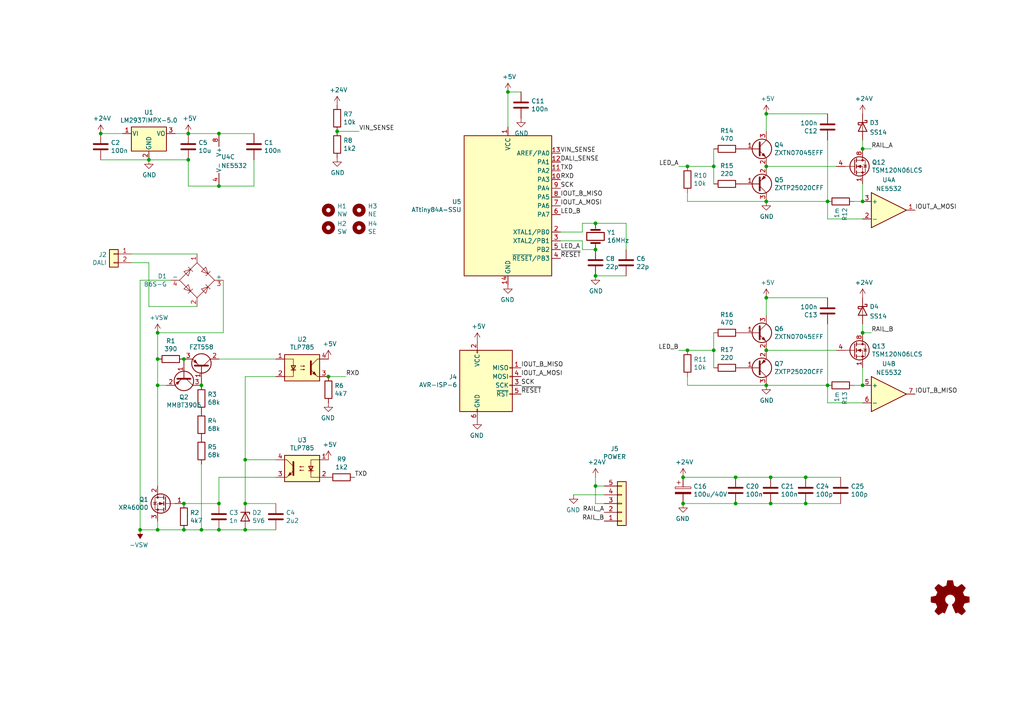
<source format=kicad_sch>
(kicad_sch (version 20211123) (generator eeschema)
  (paper "A4")
  (lib_symbols
    (symbol "Amplifier_Operational:NE5532" (pin_names (offset 0.127))
      (property "Reference" "U" (at 0 5.08 0))
      (property "Value" "NE5532" (at 0 -5.08 0))
      (symbol "NE5532_1_1"
        (pin output line (at 7.62 0 180) (length 2.54) (name "~") (number "1"))
        (pin input line (at -7.62 -2.54 0) (length 2.54) (name "-") (number "2"))
        (pin input line (at -7.62 2.54 0) (length 2.54) (name "+") (number "3"))
      )
      (symbol "NE5532_2_1"
        (pin input line (at -7.62 2.54 0) (length 2.54) (name "+") (number "5"))
        (pin input line (at -7.62 -2.54 0) (length 2.54) (name "-") (number "6"))
        (pin output line (at 7.62 0 180) (length 2.54) (name "~") (number "7"))
      )
      (symbol "NE5532_3_1"
        (pin power_in line (at -2.54 -7.62 90) (length 3.81) (name "V-") (number "4"))
        (pin power_in line (at -2.54 7.62 270) (length 3.81) (name "V+") (number "8"))
      )
    )
    (symbol "Connector:AVR-ISP-6" (pin_names (offset 1.016))
      (property "Reference" "J" (at -6.35 11.43 0))
      (property "Value" "AVR-ISP-6" (at 0 11.43 0))
      (symbol "AVR-ISP-6_1_1"
        (pin passive line (at 10.16 5.08 180) (length 2.54) (name "MISO") (number "1"))
        (pin passive line (at -2.54 12.7 270) (length 2.54) (name "VCC") (number "2"))
        (pin passive line (at 10.16 0 180) (length 2.54) (name "SCK") (number "3"))
        (pin passive line (at 10.16 2.54 180) (length 2.54) (name "MOSI") (number "4"))
        (pin passive line (at 10.16 -2.54 180) (length 2.54) (name "~{RST}") (number "5"))
        (pin passive line (at -2.54 -10.16 90) (length 2.54) (name "GND") (number "6"))
      )
    )
    (symbol "Connector_Generic:Conn_01x02" (pin_names (offset 1.016) hide)
      (property "Reference" "J" (at 0 2.54 0))
      (property "Value" "Conn_01x02" (at 0 -5.08 0))
      (symbol "Conn_01x02_1_1"
        (pin passive line (at -5.08 0 0) (length 3.81) (name "Pin_1") (number "1"))
        (pin passive line (at -5.08 -2.54 0) (length 3.81) (name "Pin_2") (number "2"))
      )
    )
    (symbol "Connector_Generic:Conn_01x05" (pin_names (offset 1.016) hide)
      (property "Reference" "J" (at 0 7.62 0))
      (property "Value" "Conn_01x05" (at 0 -7.62 0))
      (symbol "Conn_01x05_1_1"
        (pin passive line (at -5.08 5.08 0) (length 3.81) (name "Pin_1") (number "1"))
        (pin passive line (at -5.08 2.54 0) (length 3.81) (name "Pin_2") (number "2"))
        (pin passive line (at -5.08 0 0) (length 3.81) (name "Pin_3") (number "3"))
        (pin passive line (at -5.08 -2.54 0) (length 3.81) (name "Pin_4") (number "4"))
        (pin passive line (at -5.08 -5.08 0) (length 3.81) (name "Pin_5") (number "5"))
      )
    )
    (symbol "Device:C" (pin_numbers hide) (pin_names (offset 0.254))
      (property "Reference" "C" (at 0.635 2.54 0))
      (property "Value" "C" (at 0.635 -2.54 0))
      (symbol "C_1_1"
        (pin passive line (at 0 3.81 270) (length 2.794) (name "~") (number "1"))
        (pin passive line (at 0 -3.81 90) (length 2.794) (name "~") (number "2"))
      )
    )
    (symbol "Device:C_Polarized" (pin_numbers hide) (pin_names (offset 0.254))
      (property "Reference" "C" (at 0.635 2.54 0))
      (property "Value" "C_Polarized" (at 0.635 -2.54 0))
      (symbol "C_Polarized_1_1"
        (pin passive line (at 0 3.81 270) (length 2.794) (name "~") (number "1"))
        (pin passive line (at 0 -3.81 90) (length 2.794) (name "~") (number "2"))
      )
    )
    (symbol "Device:Crystal" (pin_numbers hide) (pin_names (offset 1.016) hide)
      (property "Reference" "Y" (at 0 3.81 0))
      (property "Value" "Crystal" (at 0 -3.81 0))
      (symbol "Crystal_1_1"
        (pin passive line (at -3.81 0 0) (length 1.27) (name "1") (number "1"))
        (pin passive line (at 3.81 0 180) (length 1.27) (name "2") (number "2"))
      )
    )
    (symbol "Device:D_Schottky" (pin_numbers hide) (pin_names (offset 1.016) hide)
      (property "Reference" "D" (at 0 2.54 0))
      (property "Value" "D_Schottky" (at 0 -2.54 0))
      (symbol "D_Schottky_1_1"
        (pin passive line (at -3.81 0 0) (length 2.54) (name "K") (number "1"))
        (pin passive line (at 3.81 0 180) (length 2.54) (name "A") (number "2"))
      )
    )
    (symbol "Device:D_Zener" (pin_numbers hide) (pin_names (offset 1.016) hide)
      (property "Reference" "D" (at 0 2.54 0))
      (property "Value" "D_Zener" (at 0 -2.54 0))
      (symbol "D_Zener_1_1"
        (pin passive line (at -3.81 0 0) (length 2.54) (name "K") (number "1"))
        (pin passive line (at 3.81 0 180) (length 2.54) (name "A") (number "2"))
      )
    )
    (symbol "Device:Q_NMOS_GDS" (pin_names (offset 0) hide)
      (property "Reference" "Q" (at 5.08 1.27 0))
      (property "Value" "Q_NMOS_GDS" (at 5.08 -1.27 0))
      (symbol "Q_NMOS_GDS_1_1"
        (pin input line (at -5.08 0 0) (length 2.54) (name "G") (number "1"))
        (pin passive line (at 2.54 5.08 270) (length 2.54) (name "D") (number "2"))
        (pin passive line (at 2.54 -5.08 90) (length 2.54) (name "S") (number "3"))
      )
    )
    (symbol "Device:Q_NPN_BEC" (pin_names (offset 0) hide)
      (property "Reference" "Q" (at 5.08 1.27 0))
      (property "Value" "Q_NPN_BEC" (at 5.08 -1.27 0))
      (symbol "Q_NPN_BEC_1_1"
        (pin input line (at -5.08 0 0) (length 5.715) (name "B") (number "1"))
        (pin passive line (at 2.54 -5.08 90) (length 2.54) (name "E") (number "2"))
        (pin passive line (at 2.54 5.08 270) (length 2.54) (name "C") (number "3"))
      )
    )
    (symbol "Device:Q_PNP_BCE" (pin_names (offset 0) hide)
      (property "Reference" "Q" (at 5.08 1.27 0))
      (property "Value" "Q_PNP_BCE" (at 5.08 -1.27 0))
      (symbol "Q_PNP_BCE_1_1"
        (pin input line (at -5.08 0 0) (length 5.715) (name "B") (number "1"))
        (pin passive line (at 2.54 5.08 270) (length 2.54) (name "C") (number "2"))
        (pin passive line (at 2.54 -5.08 90) (length 2.54) (name "E") (number "3"))
      )
    )
    (symbol "Device:Q_PNP_BEC" (pin_names (offset 0) hide)
      (property "Reference" "Q" (at 5.08 1.27 0))
      (property "Value" "Q_PNP_BEC" (at 5.08 -1.27 0))
      (symbol "Q_PNP_BEC_1_1"
        (pin input line (at -5.08 0 0) (length 5.715) (name "B") (number "1"))
        (pin passive line (at 2.54 -5.08 90) (length 2.54) (name "E") (number "2"))
        (pin passive line (at 2.54 5.08 270) (length 2.54) (name "C") (number "3"))
      )
    )
    (symbol "Device:R" (pin_numbers hide) (pin_names (offset 0))
      (property "Reference" "R" (at 2.032 0 90))
      (property "Value" "R" (at 0 0 90))
      (symbol "R_1_1"
        (pin passive line (at 0 3.81 270) (length 1.27) (name "~") (number "1"))
        (pin passive line (at 0 -3.81 90) (length 1.27) (name "~") (number "2"))
      )
    )
    (symbol "Diode_Bridge:MB6S" (pin_names (offset 0))
      (property "Reference" "D" (at 2.54 6.985 0))
      (property "Value" "MB6S" (at 2.54 5.08 0))
      (symbol "MB6S_1_1"
        (pin passive line (at 0 -7.62 90) (length 2.54) (name "~") (number "1"))
        (pin passive line (at 0 7.62 270) (length 2.54) (name "~") (number "2"))
        (pin passive line (at 7.62 0 180) (length 2.54) (name "+") (number "3"))
        (pin passive line (at -7.62 0 0) (length 2.54) (name "-") (number "4"))
      )
    )
    (symbol "Graphic:Logo_Open_Hardware_Small" (pin_names (offset 1.016)))
    (symbol "Isolator:TLP785" (pin_names (offset 1.016))
      (property "Reference" "U" (at -5.08 5.08 0))
      (property "Value" "TLP785" (at 0 5.08 0))
      (symbol "TLP785_1_1"
        (pin passive line (at -7.62 2.54 0) (length 2.54) (name "~") (number "1"))
        (pin passive line (at -7.62 -2.54 0) (length 2.54) (name "~") (number "2"))
        (pin passive line (at 7.62 -2.54 180) (length 2.54) (name "~") (number "3"))
        (pin passive line (at 7.62 2.54 180) (length 2.54) (name "~") (number "4"))
      )
    )
    (symbol "MCU_Microchip_ATtiny:ATtiny84A-SS"
      (property "Reference" "U" (at -12.7 21.59 0))
      (property "Value" "ATtiny84A-SS" (at 2.54 -21.59 0))
      (symbol "ATtiny84A-SS_1_1"
        (pin power_in line (at 0 22.86 270) (length 2.54) (name "VCC") (number "1"))
        (pin bidirectional line (at 15.24 7.62 180) (length 2.54) (name "PA3") (number "10"))
        (pin bidirectional line (at 15.24 10.16 180) (length 2.54) (name "PA2") (number "11"))
        (pin bidirectional line (at 15.24 12.7 180) (length 2.54) (name "PA1") (number "12"))
        (pin bidirectional line (at 15.24 15.24 180) (length 2.54) (name "AREF/PA0") (number "13"))
        (pin power_in line (at 0 -22.86 90) (length 2.54) (name "GND") (number "14"))
        (pin bidirectional line (at 15.24 -7.62 180) (length 2.54) (name "XTAL1/PB0") (number "2"))
        (pin bidirectional line (at 15.24 -10.16 180) (length 2.54) (name "XTAL2/PB1") (number "3"))
        (pin bidirectional line (at 15.24 -15.24 180) (length 2.54) (name "~{RESET}/PB3") (number "4"))
        (pin bidirectional line (at 15.24 -12.7 180) (length 2.54) (name "PB2") (number "5"))
        (pin bidirectional line (at 15.24 -2.54 180) (length 2.54) (name "PA7") (number "6"))
        (pin bidirectional line (at 15.24 0 180) (length 2.54) (name "PA6") (number "7"))
        (pin bidirectional line (at 15.24 2.54 180) (length 2.54) (name "PA5") (number "8"))
        (pin bidirectional line (at 15.24 5.08 180) (length 2.54) (name "PA4") (number "9"))
      )
    )
    (symbol "Mechanical:MountingHole" (pin_names (offset 1.016))
      (property "Reference" "H" (at 0 5.08 0))
      (property "Value" "MountingHole" (at 0 3.175 0))
    )
    (symbol "Regulator_Linear:LM2937xMP" (pin_names (offset 0.254))
      (property "Reference" "U" (at -3.81 3.175 0))
      (property "Value" "LM2937xMP" (at 0 3.175 0))
      (symbol "LM2937xMP_1_1"
        (pin power_in line (at -7.62 0 0) (length 2.54) (name "VI") (number "1"))
        (pin power_in line (at 0 -7.62 90) (length 2.54) (name "GND") (number "2"))
        (pin power_out line (at 7.62 0 180) (length 2.54) (name "VO") (number "3"))
      )
    )
    (symbol "Transistor_BJT:MMBT3906" (pin_names (offset 0) hide)
      (property "Reference" "Q" (at 5.08 1.905 0))
      (property "Value" "MMBT3906" (at 5.08 0 0))
      (symbol "MMBT3906_1_1"
        (pin input line (at -5.08 0 0) (length 5.715) (name "B") (number "1"))
        (pin passive line (at 2.54 -5.08 90) (length 2.54) (name "E") (number "2"))
        (pin passive line (at 2.54 5.08 270) (length 2.54) (name "C") (number "3"))
      )
    )
    (symbol "Transistor_FET:FDS6630A" (pin_names hide)
      (property "Reference" "Q" (at 5.08 2.54 0))
      (property "Value" "FDS6630A" (at 5.08 0 0))
      (symbol "FDS6630A_1_1"
        (pin passive line (at 2.54 -5.08 90) (length 2.54) (name "S") (number "1"))
        (pin passive line (at 2.54 -5.08 90) (length 2.54) hide (name "S") (number "2"))
        (pin passive line (at 2.54 -5.08 90) (length 2.54) hide (name "S") (number "3"))
        (pin input line (at -5.08 0 0) (length 2.54) (name "G") (number "4"))
        (pin passive line (at 2.54 5.08 270) (length 2.54) hide (name "D") (number "5"))
        (pin passive line (at 2.54 5.08 270) (length 2.54) hide (name "D") (number "6"))
        (pin passive line (at 2.54 5.08 270) (length 2.54) hide (name "D") (number "7"))
        (pin passive line (at 2.54 5.08 270) (length 2.54) (name "D") (number "8"))
      )
    )
    (symbol "power:+24V" (power) (pin_names (offset 0))
      (property "Value" "+24V" (at 0 3.556 0))
      (symbol "+24V_1_1"
        (pin power_in line (at 0 0 90) (length 0) hide (name "+24V") (number "1"))
      )
    )
    (symbol "power:+5V" (power) (pin_names (offset 0))
      (property "Value" "+5V" (at 0 3.556 0))
      (symbol "+5V_1_1"
        (pin power_in line (at 0 0 90) (length 0) hide (name "+5V") (number "1"))
      )
    )
    (symbol "power:+VSW" (power) (pin_names (offset 0))
      (property "Value" "+VSW" (at 0 3.556 0))
      (symbol "+VSW_1_1"
        (pin power_in line (at 0 0 90) (length 0) hide (name "+VSW") (number "1"))
      )
    )
    (symbol "power:-VSW" (power) (pin_names (offset 0))
      (property "Value" "-VSW" (at 0 3.81 0))
      (symbol "-VSW_0_0"
        (pin power_in line (at 0 0 90) (length 0) hide (name "-VSW") (number "1"))
      )
    )
    (symbol "power:GND" (power) (pin_names (offset 0))
      (property "Value" "GND" (at 0 -3.81 0))
      (symbol "GND_1_1"
        (pin power_in line (at 0 0 270) (length 0) hide (name "GND") (number "1"))
      )
    )
  )
  (junction (at 199.39 101.6))
  (junction (at 45.72 96.52))
  (junction (at 222.25 86.36))
  (junction (at 233.68 138.43))
  (junction (at 95.25 109.22))
  (junction (at 240.03 111.76))
  (junction (at 198.12 146.05))
  (junction (at 97.79 38.1))
  (junction (at 63.5 153.67))
  (junction (at 45.72 104.14))
  (junction (at 71.12 133.35))
  (junction (at 250.19 111.76))
  (junction (at 250.19 96.52))
  (junction (at 45.72 111.76))
  (junction (at 58.42 111.76))
  (junction (at 29.21 38.735))
  (junction (at 40.64 153.67))
  (junction (at 250.19 43.18))
  (junction (at 213.36 146.05))
  (junction (at 147.32 26.67))
  (junction (at 222.25 101.6))
  (junction (at 172.72 72.39))
  (junction (at 53.34 146.05))
  (junction (at 63.5 38.735))
  (junction (at 233.68 146.05))
  (junction (at 222.25 58.42))
  (junction (at 71.12 146.05))
  (junction (at 222.25 111.76))
  (junction (at 58.42 153.67))
  (junction (at 198.12 138.43))
  (junction (at 172.72 64.77))
  (junction (at 53.34 153.67))
  (junction (at 172.72 140.97))
  (junction (at 45.72 153.67))
  (junction (at 54.61 38.735))
  (junction (at 223.52 146.05))
  (junction (at 207.01 48.26))
  (junction (at 71.12 153.67))
  (junction (at 223.52 138.43))
  (junction (at 250.19 58.42))
  (junction (at 63.5 146.05))
  (junction (at 172.72 80.01))
  (junction (at 63.5 53.975))
  (junction (at 54.61 46.355))
  (junction (at 43.18 46.355))
  (junction (at 240.03 58.42))
  (junction (at 207.01 101.6))
  (junction (at 199.39 48.26))
  (junction (at 53.34 104.14))
  (junction (at 213.36 138.43))
  (junction (at 222.25 48.26))
  (junction (at 222.25 33.02))
  (wire (pts (xy 198.12 138.43) (xy 213.36 138.43)))
  (wire (pts (xy 198.12 146.05) (xy 213.36 146.05)))
  (wire (pts (xy 181.61 64.77) (xy 172.72 64.77)))
  (wire (pts (xy 43.18 88.9) (xy 43.18 76.2)))
  (wire (pts (xy 175.26 140.97) (xy 172.72 140.97)))
  (wire (pts (xy 63.5 38.735) (xy 73.66 38.735)))
  (wire (pts (xy 250.19 93.98) (xy 250.19 96.52)))
  (wire (pts (xy 207.01 53.34) (xy 207.01 48.26)))
  (wire (pts (xy 181.61 72.39) (xy 181.61 64.77)))
  (wire (pts (xy 38.1 73.66) (xy 57.15 73.66)))
  (wire (pts (xy 147.32 26.67) (xy 147.32 36.83)))
  (wire (pts (xy 63.5 104.14) (xy 80.01 104.14)))
  (wire (pts (xy 80.01 133.35) (xy 71.12 133.35)))
  (wire (pts (xy 250.19 111.76) (xy 250.19 106.68)))
  (wire (pts (xy 168.91 69.85) (xy 168.91 72.39)))
  (wire (pts (xy 71.12 153.67) (xy 80.01 153.67)))
  (wire (pts (xy 172.72 138.43) (xy 172.72 140.97)))
  (wire (pts (xy 172.72 146.05) (xy 175.26 146.05)))
  (wire (pts (xy 240.03 63.5) (xy 240.03 58.42)))
  (wire (pts (xy 166.37 143.51) (xy 175.26 143.51)))
  (wire (pts (xy 58.42 134.62) (xy 58.42 153.67)))
  (wire (pts (xy 45.72 153.67) (xy 45.72 151.13)))
  (wire (pts (xy 71.12 146.05) (xy 71.12 133.35)))
  (wire (pts (xy 222.25 48.26) (xy 242.57 48.26)))
  (wire (pts (xy 63.5 138.43) (xy 63.5 146.05)))
  (wire (pts (xy 250.19 58.42) (xy 250.19 53.34)))
  (wire (pts (xy 162.56 69.85) (xy 168.91 69.85)))
  (wire (pts (xy 49.53 81.28) (xy 40.64 81.28)))
  (wire (pts (xy 151.13 26.67) (xy 147.32 26.67)))
  (wire (pts (xy 207.01 106.68) (xy 207.01 101.6)))
  (wire (pts (xy 222.25 91.44) (xy 222.25 86.36)))
  (wire (pts (xy 233.68 146.05) (xy 243.84 146.05)))
  (wire (pts (xy 199.39 101.6) (xy 196.85 101.6)))
  (wire (pts (xy 40.64 81.28) (xy 40.64 153.67)))
  (wire (pts (xy 53.34 153.67) (xy 58.42 153.67)))
  (wire (pts (xy 168.91 67.31) (xy 168.91 64.77)))
  (wire (pts (xy 223.52 146.05) (xy 233.68 146.05)))
  (wire (pts (xy 45.72 104.14) (xy 45.72 96.52)))
  (wire (pts (xy 242.57 101.6) (xy 222.25 101.6)))
  (wire (pts (xy 73.66 53.975) (xy 73.66 46.355)))
  (wire (pts (xy 43.18 76.2) (xy 38.1 76.2)))
  (wire (pts (xy 240.03 93.98) (xy 240.03 111.76)))
  (wire (pts (xy 199.39 101.6) (xy 207.01 101.6)))
  (wire (pts (xy 162.56 67.31) (xy 168.91 67.31)))
  (wire (pts (xy 58.42 153.67) (xy 63.5 153.67)))
  (wire (pts (xy 48.26 111.76) (xy 45.72 111.76)))
  (wire (pts (xy 207.01 101.6) (xy 207.01 96.52)))
  (wire (pts (xy 54.61 46.355) (xy 54.61 53.975)))
  (wire (pts (xy 199.39 109.22) (xy 199.39 111.76)))
  (wire (pts (xy 54.61 38.735) (xy 63.5 38.735)))
  (wire (pts (xy 222.25 38.1) (xy 222.25 33.02)))
  (wire (pts (xy 45.72 111.76) (xy 45.72 104.14)))
  (wire (pts (xy 45.72 140.97) (xy 45.72 111.76)))
  (wire (pts (xy 247.65 58.42) (xy 250.19 58.42)))
  (wire (pts (xy 43.18 88.9) (xy 57.15 88.9)))
  (wire (pts (xy 199.39 111.76) (xy 222.25 111.76)))
  (wire (pts (xy 40.64 153.67) (xy 45.72 153.67)))
  (wire (pts (xy 207.01 48.26) (xy 199.39 48.26)))
  (wire (pts (xy 64.77 96.52) (xy 64.77 81.28)))
  (wire (pts (xy 43.18 46.355) (xy 54.61 46.355)))
  (wire (pts (xy 181.61 80.01) (xy 172.72 80.01)))
  (wire (pts (xy 223.52 138.43) (xy 233.68 138.43)))
  (wire (pts (xy 100.33 109.22) (xy 95.25 109.22)))
  (wire (pts (xy 207.01 48.26) (xy 207.01 43.18)))
  (wire (pts (xy 213.36 146.05) (xy 223.52 146.05)))
  (wire (pts (xy 199.39 48.26) (xy 196.85 48.26)))
  (wire (pts (xy 233.68 138.43) (xy 243.84 138.43)))
  (wire (pts (xy 50.8 38.735) (xy 54.61 38.735)))
  (wire (pts (xy 71.12 109.22) (xy 80.01 109.22)))
  (wire (pts (xy 213.36 138.43) (xy 223.52 138.43)))
  (wire (pts (xy 71.12 133.35) (xy 71.12 109.22)))
  (wire (pts (xy 53.34 153.67) (xy 45.72 153.67)))
  (wire (pts (xy 63.5 153.67) (xy 71.12 153.67)))
  (wire (pts (xy 199.39 58.42) (xy 222.25 58.42)))
  (wire (pts (xy 104.14 38.1) (xy 97.79 38.1)))
  (wire (pts (xy 63.5 53.975) (xy 73.66 53.975)))
  (wire (pts (xy 29.21 38.735) (xy 35.56 38.735)))
  (wire (pts (xy 222.25 33.02) (xy 240.03 33.02)))
  (wire (pts (xy 71.12 146.05) (xy 80.01 146.05)))
  (wire (pts (xy 168.91 64.77) (xy 172.72 64.77)))
  (wire (pts (xy 222.25 86.36) (xy 240.03 86.36)))
  (wire (pts (xy 80.01 138.43) (xy 63.5 138.43)))
  (wire (pts (xy 222.25 111.76) (xy 240.03 111.76)))
  (wire (pts (xy 172.72 140.97) (xy 172.72 146.05)))
  (wire (pts (xy 240.03 40.64) (xy 240.03 58.42)))
  (wire (pts (xy 54.61 53.975) (xy 63.5 53.975)))
  (wire (pts (xy 45.72 96.52) (xy 64.77 96.52)))
  (wire (pts (xy 252.73 43.18) (xy 250.19 43.18)))
  (wire (pts (xy 172.72 72.39) (xy 168.91 72.39)))
  (wire (pts (xy 250.19 40.64) (xy 250.19 43.18)))
  (wire (pts (xy 240.03 116.84) (xy 240.03 111.76)))
  (wire (pts (xy 250.19 63.5) (xy 240.03 63.5)))
  (wire (pts (xy 29.21 46.355) (xy 43.18 46.355)))
  (wire (pts (xy 250.19 116.84) (xy 240.03 116.84)))
  (wire (pts (xy 222.25 58.42) (xy 240.03 58.42)))
  (wire (pts (xy 63.5 146.05) (xy 53.34 146.05)))
  (wire (pts (xy 252.73 96.52) (xy 250.19 96.52)))
  (wire (pts (xy 247.65 111.76) (xy 250.19 111.76)))
  (wire (pts (xy 199.39 55.88) (xy 199.39 58.42)))
  (label "IOUT_B_MISO" (at 265.43 114.3 0))
  (label "IOUT_B_MISO" (at 162.56 57.15 0))
  (label "VIN_SENSE" (at 162.56 44.45 0))
  (label "RXD" (at 100.33 109.22 0))
  (label "RAIL_A" (at 252.73 43.18 0))
  (label "~{RESET}" (at 162.56 74.93 0))
  (label "RAIL_B" (at 252.73 96.52 0))
  (label "~{RESET}" (at 151.13 114.3 0))
  (label "IOUT_A_MOSI" (at 265.43 60.96 0))
  (label "RXD" (at 162.56 52.07 0))
  (label "VIN_SENSE" (at 104.14 38.1 0))
  (label "DALI_SENSE" (at 162.56 46.99 0))
  (label "SCK" (at 151.13 111.76 0))
  (label "TXD" (at 162.56 49.53 0))
  (label "IOUT_A_MOSI" (at 162.56 59.69 0))
  (label "SCK" (at 162.56 54.61 0))
  (label "RAIL_A" (at 175.26 148.59 180))
  (label "RAIL_B" (at 175.26 151.13 180))
  (label "LED_B" (at 196.85 101.6 180))
  (label "LED_A" (at 196.85 48.26 180))
  (label "IOUT_B_MISO" (at 151.13 106.68 0))
  (label "TXD" (at 102.87 138.43 0))
  (label "IOUT_A_MOSI" (at 151.13 109.22 0))
  (label "LED_B" (at 162.56 62.23 0))
  (label "LED_A" (at 162.56 72.39 0))
  (symbol (lib_id "power:+24V") (at 29.21 38.735 0) (unit 1)
    (property "Reference" "#PWR0101" (effects hide))
    (property "Value" "+24V" (at 29.591 34.3408 0))
  )
  (symbol (lib_id "Device:C_Polarized") (at 198.12 142.24 0) (unit 1)
    (property "Reference" "C16" (at 201.1172 141.0716 0) (effects (justify left)))
    (property "Value" "100u/40V" (at 201.1172 143.383 0) (effects (justify left)))
    (property "Footprint" "Capacitor_SMD:CP_Elec_10x10.5" (effects hide))
  )
  (symbol (lib_id "Device:C") (at 240.03 36.83 180) (unit 1)
    (property "Reference" "C12" (at 237.109 37.9984 0) (effects (justify left)))
    (property "Value" "100n" (at 237.109 35.687 0) (effects (justify left)))
    (property "Footprint" "Capacitor_SMD:C_0805_2012Metric_Pad1.18x1.45mm_HandSolder" (effects hide))
  )
  (symbol (lib_id "Transistor_FET:FDS6630A") (at 247.65 48.26 0) (unit 1)
    (property "Reference" "Q12" (at 252.857 47.0916 0) (effects (justify left)))
    (property "Value" "TSM120N06LCS" (at 252.857 49.403 0) (effects (justify left)))
    (property "Footprint" "Package_SO:SOIC-8_3.9x4.9mm_P1.27mm" (effects hide))
    (property "Datasheet" "http://www.onsemi.com/pub/Collateral/FDS6630A-D.pdf" (effects hide))
  )
  (symbol (lib_id "power:+24V") (at 250.19 33.02 0) (unit 1)
    (property "Reference" "#PWR0102" (effects hide))
    (property "Value" "+24V" (at 250.571 28.6258 0))
  )
  (symbol (lib_id "power:GND") (at 43.18 46.355 0) (unit 1)
    (property "Reference" "#PWR0115" (effects hide))
    (property "Value" "GND" (at 43.307 50.7492 0))
  )
  (symbol (lib_id "Regulator_Linear:LM2937xMP") (at 43.18 38.735 0) (unit 1)
    (property "Reference" "U1" (at 43.18 32.5882 0))
    (property "Value" "LM2937IMPX-5.0" (at 43.18 34.8996 0))
    (property "Footprint" "Package_TO_SOT_SMD:SOT-223-3_TabPin2" (effects hide))
    (property "Datasheet" "http://www.ti.com/lit/ds/symlink/lm2937.pdf" (effects hide))
  )
  (symbol (lib_id "Device:C") (at 54.61 42.545 0) (unit 1)
    (property "Reference" "C5" (at 57.531 41.3766 0) (effects (justify left)))
    (property "Value" "10u" (at 57.531 43.688 0) (effects (justify left)))
    (property "Footprint" "Capacitor_SMD:C_0805_2012Metric_Pad1.18x1.45mm_HandSolder" (effects hide))
  )
  (symbol (lib_id "Device:C") (at 29.21 42.545 0) (unit 1)
    (property "Reference" "C2" (at 32.131 41.3766 0) (effects (justify left)))
    (property "Value" "100n" (at 32.131 43.688 0) (effects (justify left)))
    (property "Footprint" "Capacitor_SMD:C_0805_2012Metric_Pad1.18x1.45mm_HandSolder" (effects hide))
  )
  (symbol (lib_id "Device:R") (at 199.39 52.07 0) (unit 1)
    (property "Reference" "R10" (at 201.168 50.9016 0) (effects (justify left)))
    (property "Value" "10k" (at 201.168 53.213 0) (effects (justify left)))
    (property "Footprint" "Resistor_SMD:R_0805_2012Metric_Pad1.20x1.40mm_HandSolder" (effects hide))
  )
  (symbol (lib_id "power:GND") (at 222.25 58.42 0) (unit 1)
    (property "Reference" "#PWR0103" (effects hide))
    (property "Value" "GND" (at 222.377 62.8142 0))
  )
  (symbol (lib_id "power:+5V") (at 222.25 33.02 0) (unit 1)
    (property "Reference" "#PWR0104" (effects hide))
    (property "Value" "+5V" (at 222.631 28.6258 0))
  )
  (symbol (lib_id "Device:C") (at 240.03 90.17 180) (unit 1)
    (property "Reference" "C13" (at 237.109 91.3384 0) (effects (justify left)))
    (property "Value" "100n" (at 237.109 89.027 0) (effects (justify left)))
    (property "Footprint" "Capacitor_SMD:C_0805_2012Metric_Pad1.18x1.45mm_HandSolder" (effects hide))
  )
  (symbol (lib_id "Transistor_FET:FDS6630A") (at 247.65 101.6 0) (unit 1)
    (property "Reference" "Q13" (at 252.857 100.4316 0) (effects (justify left)))
    (property "Value" "TSM120N06LCS" (at 252.857 102.743 0) (effects (justify left)))
    (property "Footprint" "Package_SO:SOIC-8_3.9x4.9mm_P1.27mm" (effects hide))
    (property "Datasheet" "http://www.onsemi.com/pub/Collateral/FDS6630A-D.pdf" (effects hide))
  )
  (symbol (lib_id "power:+24V") (at 250.19 86.36 0) (unit 1)
    (property "Reference" "#PWR0105" (effects hide))
    (property "Value" "+24V" (at 250.571 81.9658 0))
  )
  (symbol (lib_id "Device:R") (at 199.39 105.41 0) (unit 1)
    (property "Reference" "R11" (at 201.168 104.2416 0) (effects (justify left)))
    (property "Value" "10k" (at 201.168 106.553 0) (effects (justify left)))
    (property "Footprint" "Resistor_SMD:R_0805_2012Metric_Pad1.20x1.40mm_HandSolder" (effects hide))
  )
  (symbol (lib_id "power:GND") (at 222.25 111.76 0) (unit 1)
    (property "Reference" "#PWR0106" (effects hide))
    (property "Value" "GND" (at 222.377 116.1542 0))
  )
  (symbol (lib_id "power:+5V") (at 222.25 86.36 0) (unit 1)
    (property "Reference" "#PWR0107" (effects hide))
    (property "Value" "+5V" (at 222.631 81.9658 0))
  )
  (symbol (lib_id "Device:Crystal") (at 172.72 68.58 270) (unit 1)
    (property "Reference" "Y1" (at 176.0474 67.4116 90) (effects (justify left)))
    (property "Value" "16MHz" (at 176.0474 69.723 90) (effects (justify left)))
    (property "Footprint" "Crystal:Crystal_SMD_HC49-SD" (effects hide))
  )
  (symbol (lib_id "Device:C") (at 181.61 76.2 0) (unit 1)
    (property "Reference" "C6" (at 184.531 75.0316 0) (effects (justify left)))
    (property "Value" "22p" (at 184.531 77.343 0) (effects (justify left)))
    (property "Footprint" "Capacitor_SMD:C_0805_2012Metric_Pad1.18x1.45mm_HandSolder" (effects hide))
  )
  (symbol (lib_id "Device:C") (at 172.72 76.2 0) (unit 1)
    (property "Reference" "C8" (at 175.641 75.0316 0) (effects (justify left)))
    (property "Value" "22p" (at 175.641 77.343 0) (effects (justify left)))
    (property "Footprint" "Capacitor_SMD:C_0805_2012Metric_Pad1.18x1.45mm_HandSolder" (effects hide))
  )
  (symbol (lib_id "power:GND") (at 172.72 80.01 0) (unit 1)
    (property "Reference" "#PWR0116" (effects hide))
    (property "Value" "GND" (at 172.847 84.4042 0))
  )
  (symbol (lib_id "power:+5V") (at 54.61 38.735 0) (unit 1)
    (property "Reference" "#PWR0114" (effects hide))
    (property "Value" "+5V" (at 54.991 34.3408 0))
  )
  (symbol (lib_id "power:GND") (at 147.32 82.55 0) (mirror y) (unit 1)
    (property "Reference" "#PWR0117" (effects hide))
    (property "Value" "GND" (at 147.193 86.9442 0))
  )
  (symbol (lib_id "Device:C") (at 151.13 30.48 0) (unit 1)
    (property "Reference" "C11" (at 154.051 29.3116 0) (effects (justify left)))
    (property "Value" "100n" (at 154.051 31.623 0) (effects (justify left)))
    (property "Footprint" "Capacitor_SMD:C_0805_2012Metric_Pad1.18x1.45mm_HandSolder" (effects hide))
  )
  (symbol (lib_id "power:+5V") (at 147.32 26.67 0) (unit 1)
    (property "Reference" "#PWR0118" (effects hide))
    (property "Value" "+5V" (at 147.701 22.2758 0))
  )
  (symbol (lib_id "power:GND") (at 151.13 34.29 0) (unit 1)
    (property "Reference" "#PWR0119" (effects hide))
    (property "Value" "GND" (at 151.257 38.6842 0))
  )
  (symbol (lib_id "Connector:AVR-ISP-6") (at 140.97 111.76 0) (unit 1)
    (property "Reference" "J4" (at 132.6134 109.3216 0) (effects (justify right)))
    (property "Value" "AVR-ISP-6" (at 132.6134 111.633 0) (effects (justify right)))
    (property "Footprint" "Connector_PinHeader_2.54mm:PinHeader_2x03_P2.54mm_Vertical" (effects hide))
    (property "Datasheet" " ~" (effects hide))
  )
  (symbol (lib_id "power:GND") (at 138.43 121.92 0) (mirror y) (unit 1)
    (property "Reference" "#PWR0120" (effects hide))
    (property "Value" "GND" (at 138.303 126.3142 0))
  )
  (symbol (lib_id "power:+5V") (at 138.43 99.06 0) (unit 1)
    (property "Reference" "#PWR0121" (effects hide))
    (property "Value" "+5V" (at 138.811 94.6658 0))
  )
  (symbol (lib_id "power:-VSW") (at 40.64 153.67 180) (unit 1)
    (property "Reference" "#PWR0122" (effects hide))
    (property "Value" "-VSW" (at 40.259 158.0642 0))
  )
  (symbol (lib_id "power:+VSW") (at 45.72 96.52 0) (unit 1)
    (property "Reference" "#PWR0123" (effects hide))
    (property "Value" "+VSW" (at 46.101 92.1258 0))
  )
  (symbol (lib_id "Connector_Generic:Conn_01x02") (at 33.02 73.66 0) (mirror y) (unit 1)
    (property "Reference" "J2" (at 30.988 73.8632 0) (effects (justify left)))
    (property "Value" "DALI" (at 30.988 76.1746 0) (effects (justify left)))
    (property "Footprint" "TerminalBlock_Phoenix:TerminalBlock_Phoenix_MKDS-1,5-2_1x02_P5.00mm_Horizontal" (effects hide))
  )
  (symbol (lib_id "Device:C") (at 213.36 142.24 0) (unit 1)
    (property "Reference" "C20" (at 216.281 141.0716 0) (effects (justify left)))
    (property "Value" "100n" (at 216.281 143.383 0) (effects (justify left)))
    (property "Footprint" "Capacitor_SMD:C_0805_2012Metric_Pad1.18x1.45mm_HandSolder" (effects hide))
  )
  (symbol (lib_id "Device:C") (at 233.68 142.24 0) (unit 1)
    (property "Reference" "C24" (at 236.601 141.0716 0) (effects (justify left)))
    (property "Value" "100p" (at 236.601 143.383 0) (effects (justify left)))
    (property "Footprint" "Capacitor_SMD:C_0805_2012Metric_Pad1.18x1.45mm_HandSolder" (effects hide))
  )
  (symbol (lib_id "Device:Q_NPN_BEC") (at 219.71 43.18 0) (unit 1)
    (property "Reference" "Q4" (at 224.5614 42.0116 0) (effects (justify left)))
    (property "Value" "ZXTN07045EFF" (at 224.5614 44.323 0) (effects (justify left)))
    (property "Footprint" "Package_TO_SOT_SMD:SOT-23" (effects hide))
  )
  (symbol (lib_id "Device:Q_PNP_BEC") (at 219.71 53.34 0) (mirror x) (unit 1)
    (property "Reference" "Q5" (at 224.5614 52.1716 0) (effects (justify left)))
    (property "Value" "ZXTP25020CFF" (at 224.5614 54.483 0) (effects (justify left)))
    (property "Footprint" "Package_TO_SOT_SMD:SOT-23" (effects hide))
  )
  (symbol (lib_id "Device:Q_NPN_BEC") (at 219.71 96.52 0) (unit 1)
    (property "Reference" "Q6" (at 224.5614 95.3516 0) (effects (justify left)))
    (property "Value" "ZXTN07045EFF" (at 224.5614 97.663 0) (effects (justify left)))
    (property "Footprint" "Package_TO_SOT_SMD:SOT-23" (effects hide))
  )
  (symbol (lib_id "Device:Q_PNP_BEC") (at 219.71 106.68 0) (mirror x) (unit 1)
    (property "Reference" "Q7" (at 224.5614 105.5116 0) (effects (justify left)))
    (property "Value" "ZXTP25020CFF" (at 224.5614 107.823 0) (effects (justify left)))
    (property "Footprint" "Package_TO_SOT_SMD:SOT-23" (effects hide))
  )
  (symbol (lib_id "Device:C") (at 223.52 142.24 0) (unit 1)
    (property "Reference" "C21" (at 226.441 141.0716 0) (effects (justify left)))
    (property "Value" "100n" (at 226.441 143.383 0) (effects (justify left)))
    (property "Footprint" "Capacitor_SMD:C_0805_2012Metric_Pad1.18x1.45mm_HandSolder" (effects hide))
  )
  (symbol (lib_id "Device:C") (at 243.84 142.24 0) (unit 1)
    (property "Reference" "C25" (at 246.761 141.0716 0) (effects (justify left)))
    (property "Value" "100p" (at 246.761 143.383 0) (effects (justify left)))
    (property "Footprint" "Capacitor_SMD:C_0805_2012Metric_Pad1.18x1.45mm_HandSolder" (effects hide))
  )
  (symbol (lib_id "Device:R") (at 97.79 34.29 0) (unit 1)
    (property "Reference" "R7" (at 99.568 33.1216 0) (effects (justify left)))
    (property "Value" "10k" (at 99.568 35.433 0) (effects (justify left)))
    (property "Footprint" "Resistor_SMD:R_0805_2012Metric_Pad1.20x1.40mm_HandSolder" (effects hide))
  )
  (symbol (lib_id "Device:R") (at 97.79 41.91 0) (unit 1)
    (property "Reference" "R8" (at 99.568 40.7416 0) (effects (justify left)))
    (property "Value" "1k2" (at 99.568 43.053 0) (effects (justify left)))
    (property "Footprint" "Resistor_SMD:R_0805_2012Metric_Pad1.20x1.40mm_HandSolder" (effects hide))
  )
  (symbol (lib_id "power:GND") (at 97.79 45.72 0) (unit 1)
    (property "Reference" "#PWR0124" (effects hide))
    (property "Value" "GND" (at 97.917 50.1142 0))
  )
  (symbol (lib_id "power:+24V") (at 97.79 30.48 0) (unit 1)
    (property "Reference" "#PWR0127" (effects hide))
    (property "Value" "+24V" (at 98.171 26.0858 0))
  )
  (symbol (lib_id "Device:R") (at 58.42 130.81 0) (unit 1)
    (property "Reference" "R5" (at 60.198 129.6416 0) (effects (justify left)))
    (property "Value" "68k" (at 60.198 131.953 0) (effects (justify left)))
    (property "Footprint" "Resistor_SMD:R_1206_3216Metric_Pad1.30x1.75mm_HandSolder" (effects hide))
  )
  (symbol (lib_id "Device:R") (at 58.42 123.19 0) (unit 1)
    (property "Reference" "R4" (at 60.198 122.0216 0) (effects (justify left)))
    (property "Value" "68k" (at 60.198 124.333 0) (effects (justify left)))
    (property "Footprint" "Resistor_SMD:R_1206_3216Metric_Pad1.30x1.75mm_HandSolder" (effects hide))
  )
  (symbol (lib_id "Device:R") (at 58.42 115.57 0) (unit 1)
    (property "Reference" "R3" (at 60.198 114.4016 0) (effects (justify left)))
    (property "Value" "68k" (at 60.198 116.713 0) (effects (justify left)))
    (property "Footprint" "Resistor_SMD:R_1206_3216Metric_Pad1.30x1.75mm_HandSolder" (effects hide))
  )
  (symbol (lib_id "Device:R") (at 210.82 106.68 270) (unit 1)
    (property "Reference" "R17" (at 210.82 101.4222 90))
    (property "Value" "220" (at 210.82 103.7336 90))
    (property "Footprint" "Resistor_SMD:R_0805_2012Metric_Pad1.20x1.40mm_HandSolder" (effects hide))
  )
  (symbol (lib_id "Device:R") (at 210.82 53.34 270) (unit 1)
    (property "Reference" "R15" (at 210.82 48.0822 90))
    (property "Value" "220" (at 210.82 50.3936 90))
    (property "Footprint" "Resistor_SMD:R_0805_2012Metric_Pad1.20x1.40mm_HandSolder" (effects hide))
  )
  (symbol (lib_id "Device:R") (at 210.82 43.18 270) (unit 1)
    (property "Reference" "R14" (at 210.82 37.9222 90))
    (property "Value" "470" (at 210.82 40.2336 90))
    (property "Footprint" "Resistor_SMD:R_0805_2012Metric_Pad1.20x1.40mm_HandSolder" (effects hide))
  )
  (symbol (lib_id "Device:R") (at 210.82 96.52 270) (unit 1)
    (property "Reference" "R16" (at 210.82 91.2622 90))
    (property "Value" "470" (at 210.82 93.5736 90))
    (property "Footprint" "Resistor_SMD:R_0805_2012Metric_Pad1.20x1.40mm_HandSolder" (effects hide))
  )
  (symbol (lib_id "Device:Q_PNP_BCE") (at 58.42 106.68 270) (mirror x) (unit 1)
    (property "Reference" "Q3" (at 58.42 98.3488 90))
    (property "Value" "FZT558" (at 58.42 100.6602 90))
    (property "Footprint" "Package_TO_SOT_SMD:SOT-223-3_TabPin2" (effects hide))
  )
  (symbol (lib_id "Device:R") (at 49.53 104.14 270) (unit 1)
    (property "Reference" "R1" (at 49.53 98.8822 90))
    (property "Value" "390" (at 49.53 101.1936 90))
    (property "Footprint" "Resistor_SMD:R_0805_2012Metric_Pad1.20x1.40mm_HandSolder" (effects hide))
  )
  (symbol (lib_id "Device:Q_NMOS_GDS") (at 48.26 146.05 0) (mirror y) (unit 1)
    (property "Reference" "Q1" (at 43.0784 144.8816 0) (effects (justify left)))
    (property "Value" "XR46000" (at 43.0784 147.193 0) (effects (justify left)))
    (property "Footprint" "Package_TO_SOT_SMD:SOT-223-3_TabPin2" (effects hide))
  )
  (symbol (lib_id "Device:R") (at 53.34 149.86 0) (unit 1)
    (property "Reference" "R2" (at 55.118 148.6916 0) (effects (justify left)))
    (property "Value" "4k7" (at 55.118 151.003 0) (effects (justify left)))
    (property "Footprint" "Resistor_SMD:R_0805_2012Metric_Pad1.20x1.40mm_HandSolder" (effects hide))
  )
  (symbol (lib_id "Device:C") (at 63.5 149.86 0) (unit 1)
    (property "Reference" "C3" (at 66.421 148.6916 0) (effects (justify left)))
    (property "Value" "1n" (at 66.421 151.003 0) (effects (justify left)))
    (property "Footprint" "Capacitor_SMD:C_0805_2012Metric_Pad1.18x1.45mm_HandSolder" (effects hide))
  )
  (symbol (lib_id "Device:D_Zener") (at 71.12 149.86 270) (unit 1)
    (property "Reference" "D2" (at 73.152 148.6916 90) (effects (justify left)))
    (property "Value" "5V6" (at 73.152 151.003 90) (effects (justify left)))
    (property "Footprint" "Diode_SMD:D_SOD-123" (effects hide))
  )
  (symbol (lib_id "Device:C") (at 80.01 149.86 0) (unit 1)
    (property "Reference" "C4" (at 82.931 148.6916 0) (effects (justify left)))
    (property "Value" "2u2" (at 82.931 151.003 0) (effects (justify left)))
    (property "Footprint" "Capacitor_SMD:C_0805_2012Metric_Pad1.18x1.45mm_HandSolder" (effects hide))
  )
  (symbol (lib_id "Device:R") (at 95.25 113.03 0) (unit 1)
    (property "Reference" "R6" (at 97.028 111.8616 0) (effects (justify left)))
    (property "Value" "4k7" (at 97.028 114.173 0) (effects (justify left)))
    (property "Footprint" "Resistor_SMD:R_0805_2012Metric_Pad1.20x1.40mm_HandSolder" (effects hide))
  )
  (symbol (lib_id "power:GND") (at 95.25 116.84 0) (mirror y) (unit 1)
    (property "Reference" "#PWR0134" (effects hide))
    (property "Value" "GND" (at 95.123 121.2342 0))
  )
  (symbol (lib_id "Device:R") (at 99.06 138.43 270) (unit 1)
    (property "Reference" "R9" (at 99.06 133.1722 90))
    (property "Value" "1k2" (at 99.06 135.4836 90))
    (property "Footprint" "Resistor_SMD:R_0805_2012Metric_Pad1.20x1.40mm_HandSolder" (effects hide))
  )
  (symbol (lib_id "power:+5V") (at 95.25 133.35 0) (unit 1)
    (property "Reference" "#PWR0135" (effects hide))
    (property "Value" "+5V" (at 95.631 128.9558 0))
  )
  (symbol (lib_id "power:+5V") (at 95.25 104.14 0) (unit 1)
    (property "Reference" "#PWR0136" (effects hide))
    (property "Value" "+5V" (at 95.631 99.7458 0))
  )
  (symbol (lib_id "Transistor_BJT:MMBT3906") (at 53.34 109.22 270) (unit 1)
    (property "Reference" "Q2" (at 53.34 115.189 90))
    (property "Value" "MMBT3906" (at 53.34 117.5004 90))
    (property "Footprint" "Package_TO_SOT_SMD:SOT-23" (effects hide))
    (property "Datasheet" "https://www.onsemi.com/pub/Collateral/2N3906-D.PDF" (effects hide))
  )
  (symbol (lib_id "Diode_Bridge:MB6S") (at 57.15 81.28 0) (mirror x) (unit 1)
    (property "Reference" "D1" (at 48.4378 80.1116 0) (effects (justify right)))
    (property "Value" "B6S-G‎" (at 48.4378 82.423 0) (effects (justify right)))
    (property "Footprint" "Package_TO_SOT_SMD:TO-269AA" (effects hide))
    (property "Datasheet" "http://www.vishay.com/docs/88573/dfs.pdf" (effects hide))
  )
  (symbol (lib_id "Isolator:TLP785") (at 87.63 106.68 0) (unit 1)
    (property "Reference" "U2" (at 87.63 98.425 0))
    (property "Value" "TLP785" (at 87.63 100.7364 0))
    (property "Footprint" "onitake:SMDIP-4_W8.3mm_Clearance6.4mm" (effects hide))
    (property "Datasheet" "https://toshiba.semicon-storage.com/info/docget.jsp?did=10569&prodName=TLP785" (effects hide))
  )
  (symbol (lib_id "Isolator:TLP785") (at 87.63 135.89 0) (mirror y) (unit 1)
    (property "Reference" "U3" (at 87.63 127.635 0))
    (property "Value" "TLP785" (at 87.63 129.9464 0))
    (property "Footprint" "onitake:SMDIP-4_W8.3mm_Clearance6.4mm" (effects hide))
    (property "Datasheet" "https://toshiba.semicon-storage.com/info/docget.jsp?did=10569&prodName=TLP785" (effects hide))
  )
  (symbol (lib_id "Mechanical:MountingHole") (at 95.25 60.96 0) (unit 1)
    (property "Reference" "H1" (at 97.79 59.7916 0) (effects (justify left)))
    (property "Value" "NW" (at 97.79 62.103 0) (effects (justify left)))
    (property "Footprint" "MountingHole:MountingHole_3.2mm_M3_ISO14580" (effects hide))
  )
  (symbol (lib_id "Mechanical:MountingHole") (at 95.25 66.04 0) (unit 1)
    (property "Reference" "H2" (at 97.79 64.8716 0) (effects (justify left)))
    (property "Value" "SW" (at 97.79 67.183 0) (effects (justify left)))
    (property "Footprint" "MountingHole:MountingHole_3.2mm_M3_ISO14580" (effects hide))
  )
  (symbol (lib_id "Mechanical:MountingHole") (at 104.14 60.96 0) (unit 1)
    (property "Reference" "H3" (at 106.68 59.7916 0) (effects (justify left)))
    (property "Value" "NE" (at 106.68 62.103 0) (effects (justify left)))
    (property "Footprint" "MountingHole:MountingHole_3.2mm_M3_ISO14580" (effects hide))
  )
  (symbol (lib_id "Mechanical:MountingHole") (at 104.14 66.04 0) (unit 1)
    (property "Reference" "H4" (at 106.68 64.8716 0) (effects (justify left)))
    (property "Value" "SE" (at 106.68 67.183 0) (effects (justify left)))
    (property "Footprint" "MountingHole:MountingHole_3.2mm_M3_ISO14580" (effects hide))
  )
  (symbol (lib_id "Graphic:Logo_Open_Hardware_Small") (at 275.59 173.99 0) (unit 1)
    (property "Reference" "#LOGO1" (effects hide))
    (property "Value" "Logo_Open_Hardware_Small" (effects hide))
  )
  (symbol (lib_id "Connector_Generic:Conn_01x05") (at 180.34 146.05 0) (mirror x) (unit 1)
    (property "Reference" "J5" (at 178.2572 130.175 0))
    (property "Value" "POWER" (at 178.2572 132.4864 0))
    (property "Footprint" "TerminalBlock_Phoenix:TerminalBlock_Phoenix_MKDS-1,5-5_1x05_P5.00mm_Horizontal" (effects hide))
  )
  (symbol (lib_id "power:+24V") (at 172.72 138.43 0) (unit 1)
    (property "Reference" "#PWR0137" (effects hide))
    (property "Value" "+24V" (at 173.101 134.0358 0))
  )
  (symbol (lib_id "MCU_Microchip_ATtiny:ATtiny84A-SS") (at 147.32 59.69 0) (unit 1)
    (property "Reference" "U5" (at 133.858 58.5216 0) (effects (justify right)))
    (property "Value" "ATtiny84A-SSU" (at 133.858 60.833 0) (effects (justify right)))
    (property "Footprint" "Package_SO:SOIC-14_3.9x8.7mm_P1.27mm" (effects hide))
    (property "Datasheet" "http://ww1.microchip.com/downloads/en/DeviceDoc/doc8183.pdf" (effects hide))
  )
  (symbol (lib_id "Device:D_Schottky") (at 250.19 90.17 270) (unit 1)
    (property "Reference" "D4" (at 252.222 88.944 90) (effects (justify left)))
    (property "Value" "SS14" (at 252.222 91.7191 90) (effects (justify left)))
    (property "Footprint" "Diode_SMD:D_SMA" (effects hide))
  )
  (symbol (lib_id "Amplifier_Operational:NE5532") (at 257.81 60.96 0) (unit 1)
    (property "Reference" "U4" (at 257.81 52.1802 0))
    (property "Value" "NE5532" (at 257.81 54.7171 0))
    (property "Footprint" "Package_SO:SOIC-8_3.9x4.9mm_P1.27mm" (effects hide))
    (property "Datasheet" "http://www.ti.com/lit/ds/symlink/ne5532.pdf" (effects hide))
  )
  (symbol (lib_id "Device:C") (at 73.66 42.545 0) (unit 1)
    (property "Reference" "C1" (at 76.581 41.3766 0) (effects (justify left)))
    (property "Value" "100n" (at 76.581 43.688 0) (effects (justify left)))
    (property "Footprint" "Capacitor_SMD:C_0805_2012Metric_Pad1.18x1.45mm_HandSolder" (effects hide))
  )
  (symbol (lib_id "power:+24V") (at 198.12 138.43 0) (unit 1)
    (property "Reference" "#PWR0108" (effects hide))
    (property "Value" "+24V" (at 198.501 134.0358 0))
  )
  (symbol (lib_id "Device:R") (at 243.84 58.42 270) (unit 1)
    (property "Reference" "R12" (at 245.0084 60.198 0) (effects (justify left)))
    (property "Value" "1m" (at 242.697 60.198 0) (effects (justify left)))
    (property "Footprint" "onitake:SHUNT_1MILLIOHM" (effects hide))
  )
  (symbol (lib_id "Device:D_Schottky") (at 250.19 36.83 270) (unit 1)
    (property "Reference" "D3" (at 252.222 35.604 90) (effects (justify left)))
    (property "Value" "SS14" (at 252.222 38.3791 90) (effects (justify left)))
    (property "Footprint" "Diode_SMD:D_SMA" (effects hide))
  )
  (symbol (lib_id "Amplifier_Operational:NE5532") (at 257.81 114.3 0) (unit 2)
    (property "Reference" "U4" (at 257.81 105.5202 0))
    (property "Value" "NE5532" (at 257.81 108.0571 0))
    (property "Footprint" "Package_SO:SOIC-8_3.9x4.9mm_P1.27mm" (effects hide))
    (property "Datasheet" "http://www.ti.com/lit/ds/symlink/ne5532.pdf" (effects hide))
  )
  (symbol (lib_id "Amplifier_Operational:NE5532") (at 66.04 46.355 0) (unit 3)
    (property "Reference" "U4" (at 64.135 45.5203 0) (effects (justify left)))
    (property "Value" "NE5532" (at 64.135 48.0572 0) (effects (justify left)))
    (property "Footprint" "Package_SO:SOIC-8_3.9x4.9mm_P1.27mm" (effects hide))
    (property "Datasheet" "http://www.ti.com/lit/ds/symlink/ne5532.pdf" (effects hide))
  )
  (symbol (lib_id "power:GND") (at 198.12 146.05 0) (mirror y) (unit 1)
    (property "Reference" "#PWR0109" (effects hide))
    (property "Value" "GND" (at 197.993 150.4442 0))
  )
  (symbol (lib_id "power:GND") (at 166.37 143.51 0) (mirror y) (unit 1)
    (property "Reference" "#PWR0138" (effects hide))
    (property "Value" "GND" (at 166.243 147.9042 0))
  )
  (symbol (lib_id "Device:R") (at 243.84 111.76 270) (unit 1)
    (property "Reference" "R13" (at 245.0084 113.538 0) (effects (justify left)))
    (property "Value" "1m" (at 242.697 113.538 0) (effects (justify left)))
    (property "Footprint" "onitake:SHUNT_1MILLIOHM" (effects hide))
  )
)
</source>
